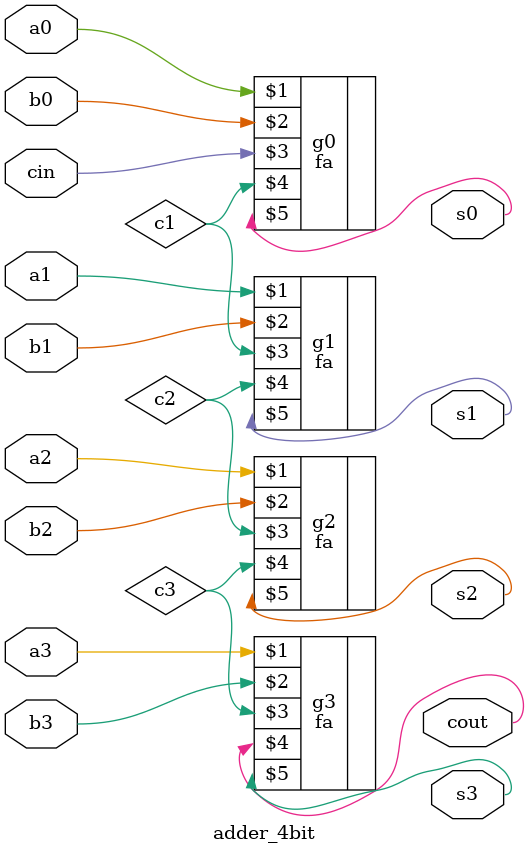
<source format=v>

module adder_4bit(a3, a2, a1, a0, 
					b3, b2, b1, b0, cin, 
					cout, s3 ,s2 ,s1, s0);

input a3, a2, a1, a0, b3, b2, b1, b0, cin;

output cout, s3 ,s2 ,s1, s0;

wire c1, c2, c3;

fa g0(a0, b0, cin, c1, s0);
fa g1(a1, b1, c1, c2, s1);
fa g2(a2, b2, c2, c3, s2);
fa g3(a3, b3, c3, cout, s3);


endmodule

</source>
